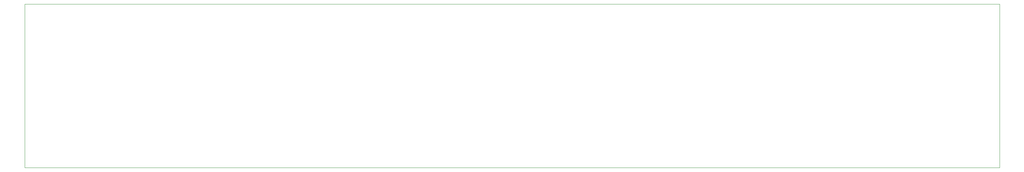
<source format=gbr>
%TF.GenerationSoftware,KiCad,Pcbnew,(6.0.0-0)*%
%TF.CreationDate,2022-11-09T21:07:36-05:00*%
%TF.ProjectId,POWER_DISTRIBUTION,504f5745-525f-4444-9953-545249425554,rev?*%
%TF.SameCoordinates,Original*%
%TF.FileFunction,Profile,NP*%
%FSLAX46Y46*%
G04 Gerber Fmt 4.6, Leading zero omitted, Abs format (unit mm)*
G04 Created by KiCad (PCBNEW (6.0.0-0)) date 2022-11-09 21:07:36*
%MOMM*%
%LPD*%
G01*
G04 APERTURE LIST*
%TA.AperFunction,Profile*%
%ADD10C,0.100000*%
%TD*%
G04 APERTURE END LIST*
D10*
X25146000Y-52832000D02*
X268732000Y-52832000D01*
X268732000Y-52832000D02*
X268732000Y-93726000D01*
X268732000Y-93726000D02*
X25146000Y-93726000D01*
X25146000Y-93726000D02*
X25146000Y-52832000D01*
M02*

</source>
